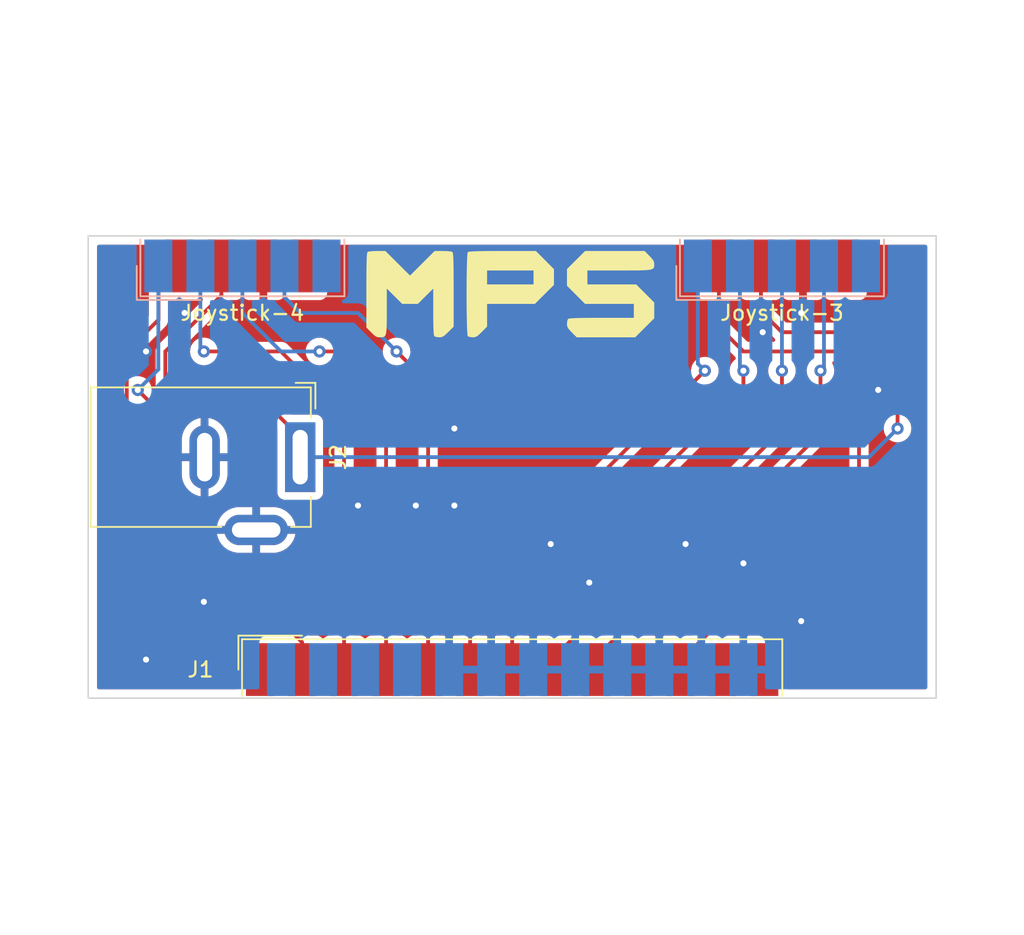
<source format=kicad_pcb>
(kicad_pcb (version 20211014) (generator pcbnew)
  (layers (0 "F.Cu" signal) (31 "B.Cu" signal) (34 "B.Paste" user) (35 "F.Paste" user) (36 "B.SilkS" user "B.Silkscreen") (37 "F.SilkS" user "F.Silkscreen") (38 "B.Mask" user) (39 "F.Mask" user) (44 "Edge.Cuts" user))
  (net 0 "")
  (net 1 "Net-(J1-Pad1)")
  (net 2 "Net-(J1-Pad2)")
  (net 3 "Net-(J1-Pad3)")
  (net 4 "Net-(J1-Pad4)")
  (net 5 "Net-(J1-Pad5)")
  (net 6 "Net-(J1-Pad6)")
  (net 7 "Net-(J1-Pad7)")
  (net 8 "Net-(J1-Pad8)")
  (net 9 "Net-(J1-Pad9)")
  (net 11 "Net-(J1-Pad11)")
  (net 18 "Net-(J2-Pad1)")
  (net 23 "GND")
  (footprint "LOGO" (layer "F.Cu") (at 116.84 67.31)
    (fp_text reference "G***" hide)
    (fp_text value "LOGO" hide)
    (fp_poly (pts (xy -7.544314 -2.005308) (xy -6.73253 -1.195195) (xy -5.920746 -2.005308) (xy -5.108961 -2.815422) (xy -4.555878 -2.815422) (xy -4.250765 -2.806794) (xy -4.037314 -2.782073) (xy -3.93041 -2.743003) (xy -3.929349 -2.741976) (xy -3.90949 -2.688213) (xy -3.893163 -2.564953) (xy -3.880132 -2.364126) (xy -3.870159 -2.077658) (xy -3.863006 -1.697479) (xy -3.858437 -1.215518) (xy -3.856213 -0.623701) (xy -3.855904 -0.245964) (xy -3.855904 2.176603) (xy -4.209606 2.526614) (xy -4.396408 2.704543) (xy -4.532482 2.809939) (xy -4.649169 2.861092) (xy -4.77781 2.876291) (xy -4.809413 2.876626) (xy -4.984777 2.859357) (xy -5.111519 2.816526) (xy -5.128964 2.80318) (xy -5.15391 2.738141) (xy -5.173221 2.592876) (xy -5.187304 2.358464) (xy -5.196567 2.025981) (xy -5.201419 1.586505) (xy -5.20241 1.197905) (xy -5.20241 -0.333924) (xy -5.708628 0.169664) (xy -6.214846 0.673253) (xy -7.250214 0.673253) (xy -7.756432 0.169664) (xy -8.262651 -0.333924) (xy -8.262651 1.170058) (xy -8.263309 1.670863) (xy -8.267721 2.062643) (xy -8.27954 2.358781) (xy -8.30242 2.57266) (xy -8.340016 2.717666) (xy -8.395982 2.80718) (xy -8.473972 2.854589) (xy -8.577641 2.873274) (xy -8.710642 2.87662) (xy -8.728597 2.876626) (xy -8.868003 2.865396) (xy -8.987494 2.818703) (xy -9.120944 2.71704) (xy -9.289922 2.553376) (xy -9.609157 2.230126) (xy -9.609157 -0.219202) (xy -9.608143 -0.878963) (xy -9.604947 -1.424373) (xy -9.599333 -1.863473) (xy -9.591069 -2.204304) (xy -9.579919 -2.45491) (xy -9.56565 -2.623333) (xy -9.548027 -2.717614) (xy -9.535711 -2.741976) (xy -9.431365 -2.781347) (xy -9.22014 -2.806409) (xy -8.916918 -2.815417) (xy -8.909182 -2.815422) (xy -8.356099 -2.815422)) (layer "F.SilkS") (width 0) (fill solid))
    (fp_poly (pts (xy 2.158618 -2.21758) (xy 2.754217 -1.619738) (xy 2.754217 -0.579259) (xy 2.125822 0.046997) (xy 1.497428 0.673253) (xy -1.65253 0.673253) (xy -1.65253 2.169221) (xy -2.002542 2.522924) (xy -2.186335 2.702025) (xy -2.319856 2.808289) (xy -2.434389 2.860163) (xy -2.561216 2.876094) (xy -2.602349 2.876626) (xy -2.778797 2.859611) (xy -2.906753 2.817332) (xy -2.92559 2.80318) (xy -2.944155 2.724735) (xy -2.960246 2.539193) (xy -2.973863 2.261845) (xy -2.985007 1.907977) (xy -2.993677 1.49288) (xy -2.999873 1.031842) (xy -3.003596 0.540152) (xy -3.004844 0.033098) (xy -3.00362 -0.474031) (xy -3.002582 -0.612048) (xy -1.65253 -0.612048) (xy 1.407711 -0.612048) (xy 1.407711 -1.530121) (xy -1.65253 -1.530121) (xy -1.65253 -0.612048) (xy -3.002582 -0.612048) (xy -2.999921 -0.965946) (xy -2.993749 -1.427358) (xy -2.985104 -1.842979) (xy -2.973984 -2.19752) (xy -2.960391 -2.475693) (xy -2.944325 -2.662208) (xy -2.925784 -2.741776) (xy -2.92559 -2.741976) (xy -2.869931 -2.762762) (xy -2.743041 -2.779669) (xy -2.536607 -2.792965) (xy -2.242318 -2.802918) (xy -1.851862 -2.809796) (xy -1.356926 -2.813866) (xy -0.749199 -2.815395) (xy -0.644562 -2.815422) (xy 1.56302 -2.815422)) (layer "F.SilkS") (width 0) (fill solid))
    (fp_poly (pts (xy 9.045103 -2.492172) (xy 9.218064 -2.306533) (xy 9.316053 -2.167154) (xy 9.358059 -2.041835) (xy 9.364337 -1.950815) (xy 9.363125 -1.843108) (xy 9.351827 -1.755556) (xy 9.318958 -1.68607) (xy 9.253027 -1.632565) (xy 9.142547 -1.592951) (xy 8.976029 -1.565143) (xy 8.741985 -1.547052) (xy 8.428927 -1.53659) (xy 8.025366 -1.531671) (xy 7.519815 -1.530207) (xy 7.049036 -1.530121) (xy 4.95759 -1.530121) (xy 4.95759 -0.612048) (xy 8.17314 -0.612048) (xy 8.768739 -0.014206) (xy 9.364337 0.583636) (xy 9.364337 1.624115) (xy 8.735943 2.25037) (xy 8.107549 2.876626) (xy 4.249553 2.876626) (xy 3.930319 2.553376) (xy 3.760948 2.373279) (xy 3.664172 2.239573) (xy 3.620669 2.117806) (xy 3.611084 1.984172) (xy 3.628364 1.808852) (xy 3.671218 1.68216) (xy 3.68453 1.664771) (xy 3.740964 1.643616) (xy 3.869348 1.626481) (xy 4.078081 1.613088) (xy 4.375562 1.603156) (xy 4.77019 1.596404) (xy 5.270364 1.592554) (xy 5.884484 1.591325) (xy 8.017831 1.591325) (xy 8.017831 0.673253) (xy 4.802282 0.673253) (xy 3.611084 -0.522431) (xy 3.611084 -1.624225) (xy 4.208926 -2.219823) (xy 4.806768 -2.815422) (xy 8.725868 -2.815422)) (layer "F.SilkS") (width 0) (fill solid))
  )
  (footprint "Connector_Dsub:DSUB-25_Male_EdgeMount_P2.77mm" (layer "F.Cu") (at 116.84 92.0975)
    (fp_text reference "J1" (at -20.543333 0) (layer "F.SilkS"))
    (fp_text value "DB25_Male")
    (fp_line (start 17.803333 1.74) (end 17.803333 -2) (layer "F.SilkS") (width 0.12))
    (fp_line (start -18.043333 0) (end -18.043333 -2.24) (layer "F.SilkS") (width 0.12))
    (fp_line (start -18.043333 -2.24) (end -13.85 -2.24) (layer "F.SilkS") (width 0.12))
    (fp_line (start -17.803333 -2) (end -17.803333 1.74) (layer "F.SilkS") (width 0.12))
    (fp_line (start 17.803333 -2) (end -17.803333 -2) (layer "F.SilkS") (width 0.12))
    (pad "1" smd rect (at -16.62 0) (size 1.846667 3.48) (layers "F.Cu" "F.Paste" "F.Mask") (net 1 "Net-(J1-Pad1)"))
    (pad "2" smd rect (at -13.85 0) (size 1.846667 3.48) (layers "F.Cu" "F.Paste" "F.Mask") (net 2 "Net-(J1-Pad2)"))
    (pad "3" smd rect (at -11.08 0) (size 1.846667 3.48) (layers "F.Cu" "F.Paste" "F.Mask") (net 3 "Net-(J1-Pad3)"))
    (pad "4" smd rect (at -8.31 0) (size 1.846667 3.48) (layers "F.Cu" "F.Paste" "F.Mask") (net 4 "Net-(J1-Pad4)"))
    (pad "5" smd rect (at -5.54 0) (size 1.846667 3.48) (layers "F.Cu" "F.Paste" "F.Mask") (net 5 "Net-(J1-Pad5)"))
    (pad "6" smd rect (at -2.77 0) (size 1.846667 3.48) (layers "F.Cu" "F.Paste" "F.Mask") (net 6 "Net-(J1-Pad6)"))
    (pad "7" smd rect (at 0 0) (size 1.846667 3.48) (layers "F.Cu" "F.Paste" "F.Mask") (net 7 "Net-(J1-Pad7)"))
    (pad "8" smd rect (at 2.77 0) (size 1.846667 3.48) (layers "F.Cu" "F.Paste" "F.Mask") (net 8 "Net-(J1-Pad8)"))
    (pad "9" smd rect (at 5.54 0) (size 1.846667 3.48) (layers "F.Cu" "F.Paste" "F.Mask") (net 9 "Net-(J1-Pad9)"))
    (pad "10" smd rect (at 8.31 0) (size 1.846667 3.48) (layers "F.Cu" "F.Paste" "F.Mask"))
    (pad "11" smd rect (at 11.08 0) (size 1.846667 3.48) (layers "F.Cu" "F.Paste" "F.Mask") (net 11 "Net-(J1-Pad11)"))
    (pad "12" smd rect (at 13.85 0) (size 1.846667 3.48) (layers "F.Cu" "F.Paste" "F.Mask"))
    (pad "13" smd rect (at 16.62 0) (size 1.846667 3.48) (layers "F.Cu" "F.Paste" "F.Mask"))
    (pad "14" smd rect (at -15.235 0) (size 1.846667 3.48) (layers "B.Cu" "B.Paste" "B.Mask"))
    (pad "15" smd rect (at -12.465 0) (size 1.846667 3.48) (layers "B.Cu" "B.Paste" "B.Mask"))
    (pad "16" smd rect (at -9.695 0) (size 1.846667 3.48) (layers "B.Cu" "B.Paste" "B.Mask"))
    (pad "17" smd rect (at -6.925 0) (size 1.846667 3.48) (layers "B.Cu" "B.Paste" "B.Mask"))
    (pad "18" smd rect (at -4.155 0) (size 1.846667 3.48) (layers "B.Cu" "B.Paste" "B.Mask") (net 23 "GND"))
    (pad "19" smd rect (at -1.385 0) (size 1.846667 3.48) (layers "B.Cu" "B.Paste" "B.Mask") (net 23 "GND"))
    (pad "20" smd rect (at 1.385 0) (size 1.846667 3.48) (layers "B.Cu" "B.Paste" "B.Mask") (net 23 "GND"))
    (pad "21" smd rect (at 4.155 0) (size 1.846667 3.48) (layers "B.Cu" "B.Paste" "B.Mask") (net 23 "GND"))
    (pad "22" smd rect (at 6.925 0) (size 1.846667 3.48) (layers "B.Cu" "B.Paste" "B.Mask") (net 23 "GND"))
    (pad "23" smd rect (at 9.695 0) (size 1.846667 3.48) (layers "B.Cu" "B.Paste" "B.Mask") (net 23 "GND"))
    (pad "24" smd rect (at 12.465 0) (size 1.846667 3.48) (layers "B.Cu" "B.Paste" "B.Mask") (net 23 "GND"))
    (pad "25" smd rect (at 15.235 0) (size 1.846667 3.48) (layers "B.Cu" "B.Paste" "B.Mask") (net 23 "GND"))
  )
  (footprint "Connector_BarrelJack:BarrelJack_GCT_DCJ200-10-A_Horizontal" (layer "F.Cu") (at 102.87 78.09 -90)
    (fp_text reference "J2" (at 0 -2.5 90) (layer "F.SilkS"))
    (fp_text value "Barrel_Jack_Switch")
    (fp_line (start 4.6 13.8) (end -4.6 13.8) (layer "F.SilkS") (width 0.12))
    (fp_line (start -4.9 -1) (end -4.9 0.3) (layer "F.SilkS") (width 0.12))
    (fp_line (start -4.6 13.8) (end -4.6 -0.7) (layer "F.SilkS") (width 0.12))
    (fp_line (start 4.6 5.2) (end 4.6 13.8) (layer "F.SilkS") (width 0.12))
    (fp_line (start 4.6 -0.7) (end 4.6 0.6) (layer "F.SilkS") (width 0.12))
    (fp_line (start -4.6 -0.7) (end -2.6 -0.7) (layer "F.SilkS") (width 0.12))
    (fp_line (start -3.2 -1) (end -4.9 -1) (layer "F.SilkS") (width 0.12))
    (fp_line (start 2.6 -0.7) (end 4.6 -0.7) (layer "F.SilkS") (width 0.12))
    (pad "1" thru_hole rect (at 0 0 270) (size 4.6 2) (drill oval 3.6 1) (layers *.Cu *.Mask) (net 18 "Net-(J2-Pad1)"))
    (pad "2" thru_hole oval (at 0 6.3 270) (size 4.2 2) (drill oval 3.2 1) (layers *.Cu *.Mask) (net 23 "GND"))
    (pad "3" thru_hole oval (at 4.8 2.9 270) (size 2 4.2) (drill oval 1 3.2) (layers *.Cu *.Mask) (net 23 "GND"))
  )
  (footprint "Connector_Dsub:DSUB-9_Male_EdgeMount_P2.77mm" (layer "B.Cu") (at 99.06 65.4825)
    (fp_text reference "Joystick-4" (at 0 3.0975) (layer "F.SilkS"))
    (fp_text value "DB9_Male")
    (fp_line (start -6.963333 0) (end -6.963333 2.24) (layer "B.SilkS") (width 0.12))
    (fp_line (start 6.723333 -1.74) (end 6.723333 2) (layer "B.SilkS") (width 0.12))
    (fp_line (start -6.723333 2) (end -6.723333 -1.74) (layer "B.SilkS") (width 0.12))
    (fp_line (start -6.963333 2.24) (end -2.77 2.24) (layer "B.SilkS") (width 0.12))
    (fp_line (start 6.723333 2) (end -6.723333 2) (layer "B.SilkS") (width 0.12))
    (pad "1" smd rect (at -5.54 0) (size 1.846667 3.48) (layers "B.Cu" "B.Paste" "B.Mask") (net 2 "Net-(J1-Pad2)"))
    (pad "2" smd rect (at -2.77 0) (size 1.846667 3.48) (layers "B.Cu" "B.Paste" "B.Mask") (net 3 "Net-(J1-Pad3)"))
    (pad "3" smd rect (at 0 0) (size 1.846667 3.48) (layers "B.Cu" "B.Paste" "B.Mask") (net 4 "Net-(J1-Pad4)"))
    (pad "4" smd rect (at 2.77 0) (size 1.846667 3.48) (layers "B.Cu" "B.Paste" "B.Mask") (net 5 "Net-(J1-Pad5)"))
    (pad "5" smd rect (at 5.54 0) (size 1.846667 3.48) (layers "B.Cu" "B.Paste" "B.Mask"))
    (pad "6" smd rect (at -4.155 0) (size 1.846667 3.48) (layers "F.Cu" "F.Paste" "F.Mask") (net 1 "Net-(J1-Pad1)"))
    (pad "7" smd rect (at -1.385 0) (size 1.846667 3.48) (layers "F.Cu" "F.Paste" "F.Mask") (net 18 "Net-(J2-Pad1)"))
    (pad "8" smd rect (at 1.385 0) (size 1.846667 3.48) (layers "F.Cu" "F.Paste" "F.Mask") (net 23 "GND"))
    (pad "9" smd rect (at 4.155 0) (size 1.846667 3.48) (layers "F.Cu" "F.Paste" "F.Mask"))
  )
  (footprint "Connector_Dsub:DSUB-9_Male_EdgeMount_P2.77mm" (layer "B.Cu") (at 134.62 65.4825)
    (fp_text reference "Joystick-3" (at 0 3.0975) (layer "F.SilkS"))
    (fp_text value "DB9_Male")
    (fp_line (start 6.723333 2) (end -6.723333 2) (layer "B.SilkS") (width 0.12))
    (fp_line (start -6.963333 0) (end -6.963333 2.24) (layer "B.SilkS") (width 0.12))
    (fp_line (start 6.723333 -1.74) (end 6.723333 2) (layer "B.SilkS") (width 0.12))
    (fp_line (start -6.963333 2.24) (end -2.77 2.24) (layer "B.SilkS") (width 0.12))
    (fp_line (start -6.723333 2) (end -6.723333 -1.74) (layer "B.SilkS") (width 0.12))
    (pad "1" smd rect (at -5.54 0) (size 1.846667 3.48) (layers "B.Cu" "B.Paste" "B.Mask") (net 6 "Net-(J1-Pad6)"))
    (pad "2" smd rect (at -2.77 0) (size 1.846667 3.48) (layers "B.Cu" "B.Paste" "B.Mask") (net 7 "Net-(J1-Pad7)"))
    (pad "3" smd rect (at 0 0) (size 1.846667 3.48) (layers "B.Cu" "B.Paste" "B.Mask") (net 8 "Net-(J1-Pad8)"))
    (pad "4" smd rect (at 2.77 0) (size 1.846667 3.48) (layers "B.Cu" "B.Paste" "B.Mask") (net 9 "Net-(J1-Pad9)"))
    (pad "5" smd rect (at 5.54 0) (size 1.846667 3.48) (layers "B.Cu" "B.Paste" "B.Mask"))
    (pad "6" smd rect (at -4.155 0) (size 1.846667 3.48) (layers "F.Cu" "F.Paste" "F.Mask") (net 11 "Net-(J1-Pad11)"))
    (pad "7" smd rect (at -1.385 0) (size 1.846667 3.48) (layers "F.Cu" "F.Paste" "F.Mask") (net 18 "Net-(J2-Pad1)"))
    (pad "8" smd rect (at 1.385 0) (size 1.846667 3.48) (layers "F.Cu" "F.Paste" "F.Mask") (net 23 "GND"))
    (pad "9" smd rect (at 4.155 0) (size 1.846667 3.48) (layers "F.Cu" "F.Paste" "F.Mask"))
  )
  (gr_line (start 88.9 93.98) (end 88.9 63.5) (layer "Edge.Cuts") (width 0.1))
  (gr_line (start 144.78 93.98) (end 88.9 93.98) (layer "Edge.Cuts") (width 0.1))
  (gr_line (start 144.78 63.5) (end 144.78 93.98) (layer "Edge.Cuts") (width 0.1))
  (gr_line (start 88.9 63.5) (end 144.78 63.5) (layer "Edge.Cuts") (width 0.1))
  (segment (start 97.1775 92.0975) (end 100.22 92.0975) (width 0.25) (layer "F.Cu") (net 1))
  (segment (start 91.44 71.12) (end 91.44 86.36) (width 0.25) (layer "F.Cu") (net 1))
  (segment (start 93.53 66.8575) (end 93.53 69.03) (width 0.25) (layer "F.Cu") (net 1))
  (segment (start 91.44 86.36) (end 97.1775 92.0975) (width 0.25) (layer "F.Cu") (net 1))
  (segment (start 94.905 65.4825) (end 93.53 66.8575) (width 0.25) (layer "F.Cu") (net 1))
  (segment (start 93.53 69.03) (end 91.44 71.12) (width 0.25) (layer "F.Cu") (net 1))
  (segment (start 102.99 92.0975) (end 102.99 90.29) (width 0.25) (layer "F.Cu") (net 2))
  (segment (start 93.98 75.4755) (end 92.1645 73.66) (width 0.25) (layer "F.Cu") (net 2))
  (segment (start 102.99 90.29) (end 93.98 81.28) (width 0.25) (layer "F.Cu") (net 2))
  (segment (start 93.98 81.28) (end 93.98 75.4755) (width 0.25) (layer "F.Cu") (net 2))
  (via (at 92.1645 73.66) (size 0.8) (drill 0.4) (layers "F.Cu" "B.Cu") (net 2))
  (segment (start 93.52 72.3045) (end 93.52 65.4825) (width 0.25) (layer "B.Cu") (net 2))
  (segment (start 92.1645 73.66) (end 93.52 72.3045) (width 0.25) (layer "B.Cu") (net 2))
  (segment (start 105.76 92.0975) (end 105.76 75.28) (width 0.25) (layer "F.Cu") (net 3))
  (segment (start 105.76 75.28) (end 101.6 71.12) (width 0.25) (layer "F.Cu") (net 3))
  (segment (start 101.6 71.12) (end 96.52 71.12) (width 0.25) (layer "F.Cu") (net 3))
  (via (at 96.52 71.12) (size 0.8) (drill 0.4) (layers "F.Cu" "B.Cu") (net 3))
  (segment (start 96.29 70.89) (end 96.29 65.4825) (width 0.25) (layer "B.Cu") (net 3))
  (segment (start 96.52 71.12) (end 96.29 70.89) (width 0.25) (layer "B.Cu") (net 3))
  (segment (start 108.53 92.0975) (end 108.53 74.35) (width 0.25) (layer "F.Cu") (net 4))
  (segment (start 105.3 71.12) (end 104.14 71.12) (width 0.25) (layer "F.Cu") (net 4))
  (segment (start 108.53 74.35) (end 105.3 71.12) (width 0.25) (layer "F.Cu") (net 4))
  (via (at 104.14 71.12) (size 0.8) (drill 0.4) (layers "F.Cu" "B.Cu") (net 4))
  (segment (start 104.14 71.12) (end 101.6 71.12) (width 0.25) (layer "B.Cu") (net 4))
  (segment (start 99.06 68.58) (end 99.06 65.4825) (width 0.25) (layer "B.Cu") (net 4))
  (segment (start 101.6 71.12) (end 99.06 68.58) (width 0.25) (layer "B.Cu") (net 4))
  (segment (start 109.22 71.12) (end 111.3 73.2) (width 0.25) (layer "F.Cu") (net 5))
  (segment (start 111.3 92.0975) (end 111.3 73.2) (width 0.25) (layer "F.Cu") (net 5))
  (via (at 109.22 71.12) (size 0.8) (drill 0.4) (layers "F.Cu" "B.Cu") (net 5))
  (segment (start 101.83 67.54) (end 101.83 65.4825) (width 0.25) (layer "B.Cu") (net 5))
  (segment (start 106.68 68.58) (end 109.22 71.12) (width 0.25) (layer "B.Cu") (net 5))
  (segment (start 102.87 68.58) (end 101.83 67.54) (width 0.25) (layer "B.Cu") (net 5))
  (segment (start 106.68 68.58) (end 102.87 68.58) (width 0.25) (layer "B.Cu") (net 5))
  (segment (start 114.07 87.86) (end 129.54 72.39) (width 0.25) (layer "F.Cu") (net 6))
  (segment (start 114.07 92.0975) (end 114.07 87.86) (width 0.25) (layer "F.Cu") (net 6))
  (via (at 129.54 72.39) (size 0.8) (drill 0.4) (layers "F.Cu" "B.Cu") (net 6))
  (segment (start 129.54 72.39) (end 129.08 71.93) (width 0.25) (layer "B.Cu") (net 6))
  (segment (start 129.08 71.93) (end 129.08 65.4825) (width 0.25) (layer "B.Cu") (net 6))
  (segment (start 116.84 88.9) (end 116.84 92.0975) (width 0.25) (layer "F.Cu") (net 7))
  (segment (start 132.08 72.39) (end 132.08 73.66) (width 0.25) (layer "F.Cu") (net 7))
  (segment (start 132.08 73.66) (end 116.84 88.9) (width 0.25) (layer "F.Cu") (net 7))
  (via (at 132.08 72.39) (size 0.8) (drill 0.4) (layers "F.Cu" "B.Cu") (net 7))
  (segment (start 131.85 72.16) (end 131.85 65.4825) (width 0.25) (layer "B.Cu") (net 7))
  (segment (start 132.08 72.39) (end 131.85 72.16) (width 0.25) (layer "B.Cu") (net 7))
  (segment (start 134.62 76.270832) (end 132.750416 78.140416) (width 0.25) (layer "F.Cu") (net 8))
  (segment (start 132.750416 78.140416) (end 134.62 76.270833) (width 0.25) (layer "F.Cu") (net 8))
  (segment (start 119.61 92.0975) (end 119.61 91.280833) (width 0.25) (layer "F.Cu") (net 8))
  (segment (start 119.61 91.280833) (end 132.750416 78.140416) (width 0.25) (layer "F.Cu") (net 8))
  (segment (start 134.62 72.39) (end 134.62 76.270832) (width 0.25) (layer "F.Cu") (net 8))
  (via (at 134.62 72.39) (size 0.8) (drill 0.4) (layers "F.Cu" "B.Cu") (net 8))
  (segment (start 134.62 72.39) (end 134.62 65.4825) (width 0.25) (layer "B.Cu") (net 8))
  (segment (start 122.38 92.0975) (end 122.38 91.280833) (width 0.25) (layer "F.Cu") (net 9))
  (segment (start 137.16 72.39) (end 137.16 76.500834) (width 0.25) (layer "F.Cu") (net 9))
  (segment (start 122.38 91.280833) (end 136.040417 77.620417) (width 0.25) (layer "F.Cu") (net 9))
  (segment (start 137.16 76.500834) (end 136.040417 77.620417) (width 0.25) (layer "F.Cu") (net 9))
  (segment (start 136.040417 77.620417) (end 137.16 76.500833) (width 0.25) (layer "F.Cu") (net 9))
  (via (at 137.16 72.39) (size 0.8) (drill 0.4) (layers "F.Cu" "B.Cu") (net 9))
  (segment (start 137.39 72.16) (end 137.39 65.4825) (width 0.25) (layer "B.Cu") (net 9))
  (segment (start 137.16 72.39) (end 137.39 72.16) (width 0.25) (layer "B.Cu") (net 9))
  (segment (start 130.465 69.505) (end 132.08 71.12) (width 0.25) (layer "F.Cu") (net 11))
  (segment (start 139.7 71.12) (end 139.7 79.774167) (width 0.25) (layer "F.Cu") (net 11))
  (segment (start 139.7 79.774167) (end 127.92 91.554167) (width 0.25) (layer "F.Cu") (net 11))
  (segment (start 132.08 71.12) (end 139.7 71.12) (width 0.25) (layer "F.Cu") (net 11))
  (segment (start 130.465 65.4825) (end 130.465 69.505) (width 0.25) (layer "F.Cu") (net 11))
  (segment (start 127.92 91.554167) (end 127.92 92.0975) (width 0.25) (layer "F.Cu") (net 11))
  (segment (start 102.87 76.79) (end 99.74 73.66) (width 0.25) (layer "F.Cu") (net 18))
  (segment (start 134.62 69.85) (end 133.235 68.465) (width 0.25) (layer "F.Cu") (net 18))
  (segment (start 142.24 71.31) (end 140.78 69.85) (width 0.25) (layer "F.Cu") (net 18))
  (segment (start 99.74 73.66) (end 93.98 73.66) (width 0.25) (layer "F.Cu") (net 18))
  (segment (start 142.24 76.2) (end 142.24 71.31) (width 0.25) (layer "F.Cu") (net 18))
  (segment (start 133.235 68.465) (end 133.235 65.4825) (width 0.25) (layer "F.Cu") (net 18))
  (segment (start 140.78 69.85) (end 134.62 69.85) (width 0.25) (layer "F.Cu") (net 18))
  (segment (start 93.98 73.66) (end 93.98 71.12) (width 0.25) (layer "F.Cu") (net 18))
  (segment (start 93.98 71.12) (end 97.675 67.425) (width 0.25) (layer "F.Cu") (net 18))
  (segment (start 97.675 67.425) (end 97.675 65.4825) (width 0.25) (layer "F.Cu") (net 18))
  (segment (start 102.87 78.09) (end 102.87 76.79) (width 0.25) (layer "F.Cu") (net 18))
  (via (at 142.24 76.2) (size 0.8) (drill 0.4) (layers "F.Cu" "B.Cu") (net 18))
  (segment (start 140.35 78.09) (end 142.24 76.2) (width 0.25) (layer "B.Cu") (net 18))
  (segment (start 102.87 78.09) (end 140.35 78.09) (width 0.25) (layer "B.Cu") (net 18))
  (via (at 106.68 81.28) (size 0.8) (drill 0.4) (layers "F.Cu" "B.Cu") (net 23))
  (via (at 113.03 81.28) (size 0.8) (drill 0.4) (layers "F.Cu" "B.Cu") (net 23))
  (via (at 92.71 91.44) (size 0.8) (drill 0.4) (layers "F.Cu" "B.Cu") (net 23))
  (via (at 95.25 68.58) (size 0.8) (drill 0.4) (layers "F.Cu" "B.Cu") (net 23))
  (via (at 110.49 81.28) (size 0.8) (drill 0.4) (layers "F.Cu" "B.Cu") (net 23))
  (via (at 133.35 69.85) (size 0.8) (drill 0.4) (layers "F.Cu" "B.Cu") (net 23))
  (via (at 128.27 83.82) (size 0.8) (drill 0.4) (layers "F.Cu" "B.Cu") (net 23))
  (via (at 121.92 86.36) (size 0.8) (drill 0.4) (layers "F.Cu" "B.Cu") (net 23))
  (via (at 140.962549 73.656031) (size 0.8) (drill 0.4) (layers "F.Cu" "B.Cu") (net 23))
  (via (at 119.38 83.82) (size 0.8) (drill 0.4) (layers "F.Cu" "B.Cu") (net 23))
  (via (at 135.89 68.58) (size 0.8) (drill 0.4) (layers "F.Cu" "B.Cu") (net 23))
  (via (at 113.03 76.2) (size 0.8) (drill 0.4) (layers "F.Cu" "B.Cu") (net 23))
  (via (at 92.71 71.12) (size 0.8) (drill 0.4) (layers "F.Cu" "B.Cu") (net 23))
  (via (at 96.52 87.63) (size 0.8) (drill 0.4) (layers "F.Cu" "B.Cu") (net 23))
  (via (at 135.89 88.9) (size 0.8) (drill 0.4) (layers "F.Cu" "B.Cu") (net 23))
  (via (at 132.08 85.09) (size 0.8) (drill 0.4) (layers "F.Cu" "B.Cu") (net 23))
  (zone (net 23) (net_name "GND") (layers F&B.Cu) (connect_pads (clearance 0.508)) (min_thickness 0.254) (fill yes (thermal_gap 0.508) (thermal_bridge_width 0.508))
    (polygon (pts (xy 144.78 93.98) (xy 88.9 93.98) (xy 88.9 63.5) (xy 144.78 63.5)))
  )
)
</source>
